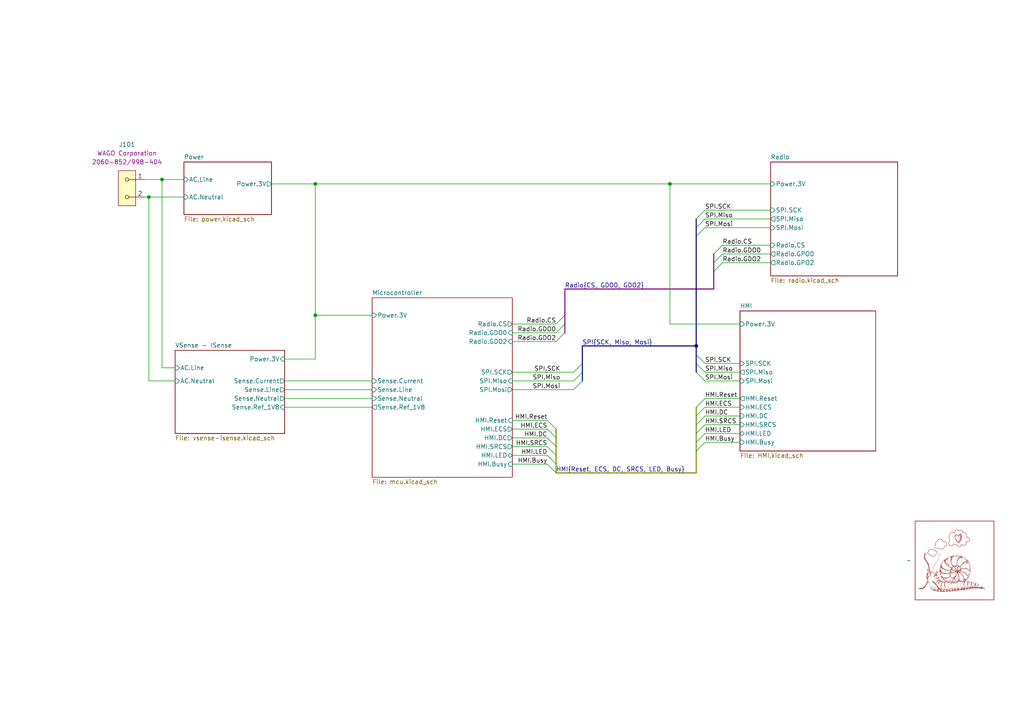
<source format=kicad_sch>
(kicad_sch (version 20231120) (generator "eeschema") (generator_version "8.0")
  (paper "A4")
  (title_block (title "Energy Meter") (date "2024-12-06") (rev "0"))
  (lib_symbols
    (symbol "The_Parts_Library:Gfx_Snaily" (pin_numbers hide) (pin_names (offset 0) hide) (exclude_from_sim yes) (in_bom no))
    (symbol "The_Parts_Library:J_2060-852/998-404_PWR" (pin_names hide)
      (property "Reference" "J" (at 5.08 5.08 0))
      (property "Manufacturer" "WAGO Corporation" (at 5.08 0 0))
      (property "Manufacturer Part Number" "2060-852/998-404" (at 5.08 2.54 0))
      (symbol "J_2060-852/998-404_PWR_0_0"
        (pin power_out line (at -5.08 2.54 0) (length 2.54) (name "1") (number "1"))
      )
      (symbol "J_2060-852/998-404_PWR_1_0"
        (pin power_out line (at -5.08 -2.54 0) (length 2.54) (name "2") (number "2"))
        (pin passive line (at -5.08 2.54 0) (length 2.54) hide (name "3") (number "3"))
        (pin passive line (at -5.08 -2.54 0) (length 2.54) hide (name "4") (number "4"))
      )
    )
  )
  (junction (at 43.18 57.15))
  (junction (at 91.44 91.44))
  (junction (at 46.99 52.07))
  (junction (at 91.44 53.34))
  (junction (at 201.93 100.33))
  (junction (at 194.31 53.34))
  (bus_entry (at 204.47 107.95) (size -2.54 -2.54))
  (bus_entry (at 161.29 93.98) (size 2.54 -2.54))
  (bus_entry (at 166.37 113.03) (size 2.54 -2.54))
  (bus_entry (at 201.93 66.04) (size 2.54 -2.54))
  (bus_entry (at 201.93 128.27) (size 2.54 -2.54))
  (bus_entry (at 201.93 125.73) (size 2.54 -2.54))
  (bus_entry (at 161.29 124.46) (size -2.54 -2.54))
  (bus_entry (at 201.93 102.87) (size 2.54 2.54))
  (bus_entry (at 161.29 137.16) (size -2.54 -2.54))
  (bus_entry (at 161.29 99.06) (size 2.54 -2.54))
  (bus_entry (at 207.01 78.74) (size 2.54 -2.54))
  (bus_entry (at 166.37 110.49) (size 2.54 -2.54))
  (bus_entry (at 161.29 134.62) (size -2.54 -2.54))
  (bus_entry (at 201.93 120.65) (size 2.54 -2.54))
  (bus_entry (at 161.29 96.52) (size 2.54 -2.54))
  (bus_entry (at 161.29 132.08) (size -2.54 -2.54))
  (bus_entry (at 207.01 76.2) (size 2.54 -2.54))
  (bus_entry (at 207.01 73.66) (size 2.54 -2.54))
  (bus_entry (at 161.29 129.54) (size -2.54 -2.54))
  (bus_entry (at 166.37 107.95) (size 2.54 -2.54))
  (bus_entry (at 201.93 118.11) (size 2.54 -2.54))
  (bus_entry (at 161.29 127) (size -2.54 -2.54))
  (bus_entry (at 201.93 107.95) (size 2.54 2.54))
  (bus_entry (at 201.93 123.19) (size 2.54 -2.54))
  (bus_entry (at 201.93 130.81) (size 2.54 -2.54))
  (bus_entry (at 201.93 63.5) (size 2.54 -2.54))
  (bus_entry (at 201.93 68.58) (size 2.54 -2.54))
  (bus (pts (xy 161.29 137.16) (xy 201.93 137.16)) (stroke (width 0) (color 132 132 0 1)))
  (wire (pts (xy 194.31 53.34) (xy 223.52 53.34)))
  (wire (pts (xy 209.55 73.66) (xy 223.52 73.66)))
  (wire (pts (xy 82.55 104.14) (xy 91.44 104.14)))
  (wire (pts (xy 82.55 113.03) (xy 107.95 113.03)))
  (bus (pts (xy 201.93 137.16) (xy 201.93 130.81)) (stroke (width 0) (color 132 132 0 1)))
  (wire (pts (xy 43.18 57.15) (xy 53.34 57.15)))
  (wire (pts (xy 148.59 124.46) (xy 158.75 124.46)))
  (wire (pts (xy 204.47 66.04) (xy 223.52 66.04)))
  (bus (pts (xy 168.91 107.95) (xy 168.91 105.41)))
  (wire (pts (xy 82.55 110.49) (xy 107.95 110.49)))
  (bus (pts (xy 201.93 63.5) (xy 201.93 66.04)))
  (bus (pts (xy 163.83 96.52) (xy 163.83 93.98)) (stroke (width 0) (color 132 0 132 1)))
  (bus (pts (xy 201.93 100.33) (xy 201.93 68.58)))
  (bus (pts (xy 207.01 73.66) (xy 207.01 76.2)) (stroke (width 0) (color 132 0 132 1)))
  (wire (pts (xy 46.99 52.07) (xy 46.99 106.68)))
  (wire (pts (xy 148.59 113.03) (xy 166.37 113.03)))
  (bus (pts (xy 207.01 78.74) (xy 207.01 83.82)) (stroke (width 0) (color 132 0 132 1)))
  (wire (pts (xy 214.63 118.11) (xy 204.47 118.11)))
  (wire (pts (xy 43.18 110.49) (xy 50.8 110.49)))
  (bus (pts (xy 161.29 129.54) (xy 161.29 132.08)) (stroke (width 0) (color 132 132 0 1)))
  (wire (pts (xy 204.47 105.41) (xy 214.63 105.41)))
  (bus (pts (xy 161.29 127) (xy 161.29 129.54)) (stroke (width 0) (color 132 132 0 1)))
  (wire (pts (xy 91.44 53.34) (xy 194.31 53.34)))
  (wire (pts (xy 78.74 53.34) (xy 91.44 53.34)))
  (wire (pts (xy 41.91 52.07) (xy 46.99 52.07)))
  (wire (pts (xy 91.44 91.44) (xy 107.95 91.44)))
  (wire (pts (xy 214.63 115.57) (xy 204.47 115.57)))
  (bus (pts (xy 201.93 123.19) (xy 201.93 125.73)) (stroke (width 0) (color 132 132 0 1)))
  (bus (pts (xy 201.93 102.87) (xy 201.93 105.41)))
  (wire (pts (xy 148.59 121.92) (xy 158.75 121.92)))
  (wire (pts (xy 148.59 134.62) (xy 158.75 134.62)))
  (bus (pts (xy 163.83 91.44) (xy 163.83 83.82)) (stroke (width 0) (color 132 0 132 1)))
  (wire (pts (xy 194.31 93.98) (xy 194.31 53.34)))
  (wire (pts (xy 148.59 96.52) (xy 161.29 96.52)))
  (bus (pts (xy 201.93 128.27) (xy 201.93 130.81)) (stroke (width 0) (color 132 132 0 1)))
  (bus (pts (xy 201.93 105.41) (xy 201.93 107.95)))
  (wire (pts (xy 148.59 132.08) (xy 158.75 132.08)))
  (wire (pts (xy 91.44 91.44) (xy 91.44 104.14)))
  (wire (pts (xy 209.55 76.2) (xy 223.52 76.2)))
  (bus (pts (xy 163.83 93.98) (xy 163.83 91.44)) (stroke (width 0) (color 132 0 132 1)))
  (bus (pts (xy 163.83 83.82) (xy 207.01 83.82)) (stroke (width 0) (color 132 0 132 1)))
  (wire (pts (xy 46.99 52.07) (xy 53.34 52.07)))
  (wire (pts (xy 148.59 107.95) (xy 166.37 107.95)))
  (bus (pts (xy 161.29 134.62) (xy 161.29 137.16)) (stroke (width 0) (color 132 132 0 1)))
  (wire (pts (xy 148.59 99.06) (xy 161.29 99.06)))
  (wire (pts (xy 214.63 123.19) (xy 204.47 123.19)))
  (bus (pts (xy 168.91 100.33) (xy 201.93 100.33)))
  (bus (pts (xy 201.93 100.33) (xy 201.93 102.87)))
  (bus (pts (xy 168.91 110.49) (xy 168.91 107.95)))
  (wire (pts (xy 82.55 115.57) (xy 107.95 115.57)))
  (wire (pts (xy 43.18 57.15) (xy 43.18 110.49)))
  (wire (pts (xy 148.59 93.98) (xy 161.29 93.98)))
  (wire (pts (xy 209.55 71.12) (xy 223.52 71.12)))
  (wire (pts (xy 82.55 118.11) (xy 107.95 118.11)))
  (wire (pts (xy 214.63 125.73) (xy 204.47 125.73)))
  (wire (pts (xy 204.47 107.95) (xy 214.63 107.95)))
  (wire (pts (xy 214.63 93.98) (xy 194.31 93.98)))
  (bus (pts (xy 201.93 66.04) (xy 201.93 68.58)))
  (wire (pts (xy 148.59 129.54) (xy 158.75 129.54)))
  (wire (pts (xy 214.63 120.65) (xy 204.47 120.65)))
  (wire (pts (xy 41.91 57.15) (xy 43.18 57.15)))
  (wire (pts (xy 204.47 60.96) (xy 223.52 60.96)))
  (wire (pts (xy 148.59 110.49) (xy 166.37 110.49)))
  (wire (pts (xy 46.99 106.68) (xy 50.8 106.68)))
  (bus (pts (xy 207.01 76.2) (xy 207.01 78.74)) (stroke (width 0) (color 132 0 132 1)))
  (wire (pts (xy 148.59 127) (xy 158.75 127)))
  (wire (pts (xy 204.47 110.49) (xy 214.63 110.49)))
  (bus (pts (xy 161.29 124.46) (xy 161.29 127)) (stroke (width 0) (color 132 132 0 1)))
  (bus (pts (xy 168.91 105.41) (xy 168.91 100.33)))
  (wire (pts (xy 204.47 63.5) (xy 223.52 63.5)))
  (bus (pts (xy 201.93 125.73) (xy 201.93 128.27)) (stroke (width 0) (color 132 132 0 1)))
  (bus (pts (xy 161.29 132.08) (xy 161.29 134.62)) (stroke (width 0) (color 132 132 0 1)))
  (bus (pts (xy 201.93 120.65) (xy 201.93 123.19)) (stroke (width 0) (color 132 132 0 1)))
  (wire (pts (xy 91.44 53.34) (xy 91.44 91.44)))
  (bus (pts (xy 201.93 118.11) (xy 201.93 120.65)) (stroke (width 0) (color 132 132 0 1)))
  (wire (pts (xy 214.63 128.27) (xy 204.47 128.27)))
  (label "SPI.Miso" (at 204.47 107.95 0))
  (label "HMI.Busy" (at 204.47 128.27 0))
  (label "SPI.Miso" (at 204.47 63.5 0))
  (label "HMI.Reset" (at 204.47 115.57 0))
  (label "Radio.CS" (at 209.55 71.12 0))
  (label "Radio{CS, GDO0, GDO2}" (at 163.83 83.82 0))
  (label "HMI.ECS" (at 158.75 124.46 180))
  (label "HMI.DC" (at 158.75 127 180))
  (label "HMI.LED" (at 158.75 132.08 180))
  (label "Radio.GDO0" (at 161.29 96.52 180))
  (label "HMI.SRCS" (at 204.47 123.19 0))
  (label "HMI.ECS" (at 204.47 118.11 0))
  (label "SPI{SCK, Miso, Mosi}" (at 168.91 100.33 0))
  (label "HMI.Busy" (at 158.75 134.62 180))
  (label "SPI.Mosi" (at 204.47 110.49 0))
  (label "SPI.Miso" (at 162.56 110.49 180))
  (label "HMI.SRCS" (at 158.75 129.54 180))
  (label "SPI.SCK" (at 204.47 60.96 0))
  (label "Radio.GDO2" (at 161.29 99.06 180))
  (label "SPI.Mosi" (at 204.47 66.04 0))
  (label "Radio.GDO0" (at 209.55 73.66 0))
  (label "HMI.DC" (at 204.47 120.65 0))
  (label "Radio.CS" (at 161.29 93.98 180))
  (label "SPI.SCK" (at 162.56 107.95 180))
  (label "SPI.SCK" (at 204.47 105.41 0))
  (label "HMI.LED" (at 204.47 125.73 0))
  (label "Radio.GDO2" (at 209.55 76.2 0))
  (label "SPI.Mosi" (at 162.56 113.03 180))
  (label "HMI.Reset" (at 158.75 121.92 180))
  (label "HMI{Reset, ECS, DC, SRCS, LED, Busy}" (at 161.29 137.16 0))
  (symbol (lib_id "The_Parts_Library:Gfx_Snaily") (at 285.75 171.45 0) (mirror y) (unit 1) (exclude_from_sim yes) (in_bom no)
    (property "Reference" "GFX101" (effects (hide yes)))
    (property "Value" "~" (at 264.16 162.56 0) (effects (justify left)))
    (property "Footprint" "The_Parts_Library:Snaily" (effects (hide yes)))
  )
  (symbol (lib_id "The_Parts_Library:J_2060-852/998-404_PWR") (at 36.83 54.61 0) (mirror y) (unit 1)
    (property "Reference" "J101" (at 36.83 41.91 0))
    (property "Footprint" "The_Parts_Library:WAGO_2060-852998-404" (effects (hide yes)))
    (property "Description" "2 Position Wire to Board Terminal Block Horizontal with Board 0.315\" (8.00mm) Surface Mount" (effects (hide yes)))
    (property "Manufacturer" "WAGO Corporation" (at 36.83 44.45 0))
    (property "Manufacturer Part Number" "2060-852/998-404" (at 36.83 46.99 0))
    (property "Supplier" "Digikey" (effects (hide yes)))
    (property "Supplier Part Number" "2946-2060-852/998-404TR-ND" (effects (hide yes)))
  )
  (sheet (at 107.95 86.36) (size 40.64 52.07) (stroke (width 0.1524))
    (property "Sheetname" "Microcontroller" (at 107.95 85.6484 0) (effects (justify left bottom)))
    (property "Sheetfile" "mcu.kicad_sch" (at 107.95 139.0146 0) (effects (justify left top)))
    (pin "Sense.Current" input (at 107.95 110.49 180))
    (pin "Radio.CS" output (at 148.59 93.98 0))
    (pin "Radio.GDO2" input (at 148.59 99.06 0))
    (pin "Sense.Line" input (at 107.95 113.03 180))
    (pin "Sense.Neutral" input (at 107.95 115.57 180))
    (pin "Radio.GDO0" input (at 148.59 96.52 0))
    (pin "HMI.LED" bidirectional (at 148.59 132.08 0))
    (pin "HMI.Busy" input (at 148.59 134.62 0))
    (pin "Sense.Ref_1V8" output (at 107.95 118.11 180))
    (pin "HMI.Reset" input (at 148.59 121.92 0))
    (pin "Power.3V" input (at 107.95 91.44 180))
    (pin "HMI.ECS" output (at 148.59 124.46 0))
    (pin "HMI.DC" output (at 148.59 127 0))
    (pin "HMI.SRCS" output (at 148.59 129.54 0))
    (pin "SPI.Miso" input (at 148.59 110.49 0))
    (pin "SPI.Mosi" output (at 148.59 113.03 0))
    (pin "SPI.SCK" output (at 148.59 107.95 0))
  )
  (sheet (at 214.63 90.17) (size 39.37 40.64) (stroke (width 0.1524))
    (property "Sheetname" "HMI" (at 214.63 89.4584 0) (effects (justify left bottom)))
    (property "Sheetfile" "HMI.kicad_sch" (at 214.63 131.3946 0) (effects (justify left top)))
    (pin "HMI.Reset" output (at 214.63 115.57 180))
    (pin "HMI.ECS" input (at 214.63 118.11 180))
    (pin "HMI.DC" input (at 214.63 120.65 180))
    (pin "HMI.SRCS" input (at 214.63 123.19 180))
    (pin "HMI.LED" bidirectional (at 214.63 125.73 180))
    (pin "SPI.SCK" input (at 214.63 105.41 180))
    (pin "SPI.Miso" output (at 214.63 107.95 180))
    (pin "SPI.Mosi" input (at 214.63 110.49 180))
    (pin "Power.3V" input (at 214.63 93.98 180))
    (pin "HMI.Busy" input (at 214.63 128.27 180))
  )
  (sheet (at 53.34 46.99) (size 25.4 15.24) (stroke (width 0.1524))
    (property "Sheetname" "Power" (at 53.34 46.2784 0) (effects (justify left bottom)))
    (property "Sheetfile" "power.kicad_sch" (at 53.34 62.8146 0) (effects (justify left top)))
    (pin "AC.Neutral" input (at 53.34 57.15 180))
    (pin "AC.Line" input (at 53.34 52.07 180))
    (pin "Power.3V" output (at 78.74 53.34 0))
  )
  (sheet (at 223.52 46.99) (size 36.83 33.02) (stroke (width 0.1524))
    (property "Sheetname" "Radio" (at 223.52 46.2784 0) (effects (justify left bottom)))
    (property "Sheetfile" "radio.kicad_sch" (at 223.52 80.5946 0) (effects (justify left top)))
    (pin "SPI.SCK" input (at 223.52 60.96 180))
    (pin "SPI.Miso" output (at 223.52 63.5 180))
    (pin "SPI.Mosi" input (at 223.52 66.04 180))
    (pin "Radio.CS" input (at 223.52 71.12 180))
    (pin "Radio.GPO2" output (at 223.52 76.2 180))
    (pin "Radio.GPO0" output (at 223.52 73.66 180))
    (pin "Power.3V" input (at 223.52 53.34 180))
  )
  (sheet (at 50.8 101.6) (size 31.75 24.13) (stroke (width 0.1524))
    (property "Sheetname" "VSense - ISense" (at 50.8 100.8884 0) (effects (justify left bottom)))
    (property "Sheetfile" "vsense-isense.kicad_sch" (at 50.8 126.3146 0) (effects (justify left top)))
    (pin "Power.3V" input (at 82.55 104.14 0))
    (pin "AC.Line" input (at 50.8 106.68 180))
    (pin "AC.Neutral" input (at 50.8 110.49 180))
    (pin "Sense.Ref_1V8" input (at 82.55 118.11 0))
    (pin "Sense.Line" output (at 82.55 113.03 0))
    (pin "Sense.Neutral" output (at 82.55 115.57 0))
    (pin "Sense.Current" output (at 82.55 110.49 0))
  )
)
</source>
